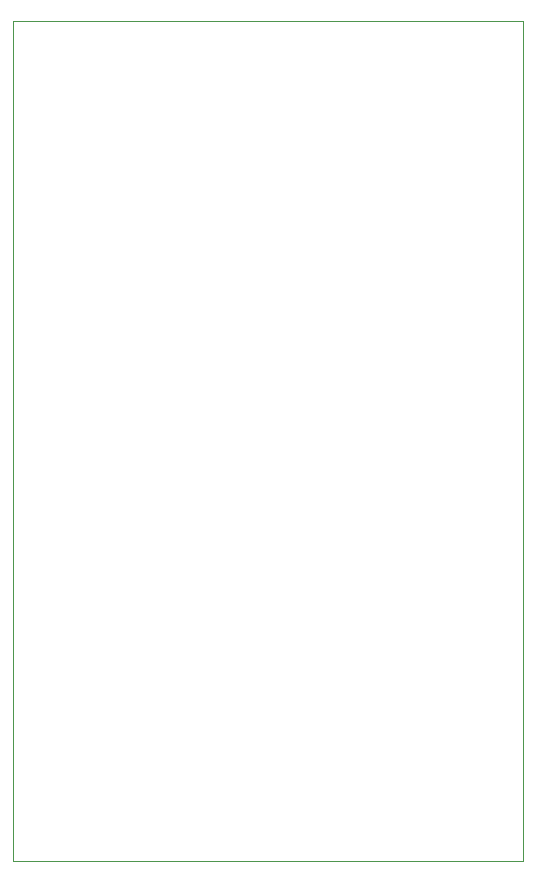
<source format=gbr>
%TF.GenerationSoftware,KiCad,Pcbnew,5.1.7-a382d34a8~87~ubuntu18.04.1*%
%TF.CreationDate,2020-10-15T21:21:34+02:00*%
%TF.ProjectId,veriController,76657269-436f-46e7-9472-6f6c6c65722e,rev?*%
%TF.SameCoordinates,Original*%
%TF.FileFunction,Profile,NP*%
%FSLAX46Y46*%
G04 Gerber Fmt 4.6, Leading zero omitted, Abs format (unit mm)*
G04 Created by KiCad (PCBNEW 5.1.7-a382d34a8~87~ubuntu18.04.1) date 2020-10-15 21:21:34*
%MOMM*%
%LPD*%
G01*
G04 APERTURE LIST*
%TA.AperFunction,Profile*%
%ADD10C,0.100000*%
%TD*%
G04 APERTURE END LIST*
D10*
X86995000Y-130175000D02*
X86995000Y-59055000D01*
X43815000Y-130175000D02*
X86995000Y-130175000D01*
X43815000Y-59055000D02*
X43815000Y-130175000D01*
X86995000Y-59055000D02*
X43815000Y-59055000D01*
M02*

</source>
